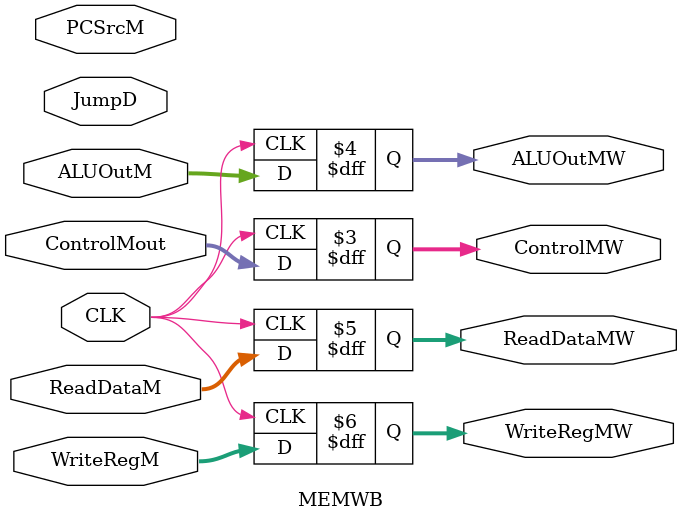
<source format=v>
module IFID(CLK,JumpD,PCSrcM,
InstrF,PCPlus4F,
InstrFD,PCPlus4FD);
    input CLK,JumpD,PCSrcM;
    input[31:0] InstrF,PCPlus4F;
    output reg[31:0] InstrFD,PCPlus4FD;

    initial begin
        InstrFD <= 32'b0;
        PCPlus4FD <= 32'b0;
    end
    

    always @(posedge CLK) begin
    if (JumpD === 1'b1) begin
        InstrFD <= 32'b0;
        PCPlus4FD <= 32'b0;
    end
    else if (PCSrcM === 1'b1) begin
        //$display("right");
        InstrFD <= 32'b0;
        PCPlus4FD <= 32'b0;
    end
    else begin
        InstrFD <= InstrF;
        PCPlus4FD <= PCPlus4F;
    end
    end


endmodule


module IDEX(CLK,JumpD,PCSrcM,
ControlDout,ALUcontrolD,RD1D,RD2D,ShamtD,SignImmD,PCPlus4D,RsD,RtD,RdD,
ControlDE,ALUcontrolDE,RD1DE,RD2DE,ShamtDE,SignImmDE,PCPlus4DE,RsDE,RtDE,RdDE);
    input CLK,JumpD,PCSrcM;
    input[7:0] ControlDout;
    input[3:0] ALUcontrolD;
    input[31:0] RD1D,RD2D,ShamtD,SignImmD,PCPlus4D;
    input[4:0] RsD,RtD,RdD;
    output reg[7:0] ControlDE;
    output reg[3:0] ALUcontrolDE;
    output reg[31:0] RD1DE, RD2DE, ShamtDE, PCPlus4DE,SignImmDE;
    output reg[4:0] RsDE,RtDE, RdDE;

    initial begin
        RsDE <= 5'b0;
        RtDE <= 5'b0;
        RdDE <= 5'b0;
        PCPlus4DE <= 32'b0;
        RD1DE <= 32'b0;
        RD2DE <= 32'b0;
        ShamtDE <= 32'b0;
        SignImmDE <= 32'b0;
        ControlDE <= 7'b0;
        ALUcontrolDE <= 4'b0;
    end

    always @(posedge CLK) begin
        if (PCSrcM === 1'b1) begin
            //$display("right");
            ShamtDE <= 32'b0;
            SignImmDE <= 32'b0;
            PCPlus4DE <= 32'b0;
            RsDE <= 5'b0;
            RtDE <= 5'b0;
            RdDE <= 5'b0;
            ControlDE <= 7'b0;
            ALUcontrolDE <= 4'b0;
            RD1DE <= 32'b0;
            RD2DE <= 32'b0;
            //$display(PCPlus4DE);

        end
        else begin
        
        SignImmDE <= SignImmD;
        RsDE <= RsD;
        RtDE <= RtD;
        RdDE <= RdD;
        PCPlus4DE <= PCPlus4D;
        ControlDE <= ControlDout;
        ALUcontrolDE <= ALUcontrolD;
        RD1DE <= RD1D;
        RD2DE <= RD2D;
        ShamtDE <= ShamtD;
        end
    end


endmodule

module EXMEM(CLK,JumpD,PCSrcM,
ControlEout,ZeroE,ALUOutE,WriteDataE,PCBranchE,WriteRegE,
ControlEM,ZeroEM,ALUOutEM,WriteDataEM,PCBranchEM,WriteRegEM);
    input CLK,JumpD,PCSrcM;
    input[31:0] ALUOutE,WriteDataE,PCBranchE;
    input [3:0] ControlEout;
    input ZeroE;
    input[4:0] WriteRegE;
    output reg[3:0] ControlEM;
    output reg ZeroEM;
    output reg[31:0] ALUOutEM, WriteDataEM, PCBranchEM;
    output reg[4:0] WriteRegEM;

    initial begin
        WriteDataEM <= 32'b0;
        PCBranchEM <= 32'b0;
        WriteRegEM <= 5'b0;
        ControlEM <= 4'b0;
        ZeroEM <= 1'b0;
        ALUOutEM <= 32'b0;

    end
    always @(posedge CLK) begin
        if (PCSrcM === 1'b1) begin
            //$display("right");
            WriteDataEM <= 32'b0;
            PCBranchEM <= 32'b0;
            WriteRegEM <= 5'b0;
            ControlEM <= 4'b0;
            ZeroEM <= 1'b0;
            ALUOutEM <= 32'b0;
        end
        else begin
        ControlEM <= ControlEout;
        ZeroEM <= ZeroE;
        WriteDataEM <= WriteDataE;
        PCBranchEM <= PCBranchE;
        WriteRegEM <= WriteRegE;
        ALUOutEM <= ALUOutE;
        end
    end

endmodule


module MEMWB(CLK,JumpD,PCSrcM,
ControlMout,ALUOutM,ReadDataM,WriteRegM,
ControlMW,ALUOutMW,ReadDataMW,WriteRegMW);

    input CLK,JumpD,PCSrcM;
    input[1:0] ControlMout;
    input[31:0] ALUOutM,ReadDataM;
    input[4:0] WriteRegM;
    output reg[1:0] ControlMW;
    output reg[31:0] ALUOutMW, ReadDataMW;
    output reg[4:0] WriteRegMW;

    initial begin
        ControlMW <= 2'b0;
        ALUOutMW <= 32'b0;
        ReadDataMW <= 32'b0;
        WriteRegMW <= 5'b0;
    end
    always @(posedge CLK) begin
        ControlMW <= ControlMout;
        ALUOutMW <= ALUOutM;
        ReadDataMW <= ReadDataM;
        WriteRegMW <= WriteRegM;
        //$display("-----");
        //$display("%h",ReadDataMW);
        //$display("------");
    end           
endmodule
/*
    always@(posedge CLK) begin
        $display("-----");
        $display("%h",RD);
        $display(WriteReg);
        $display("%h",Result);
        $display("------");
    end
    */
</source>
